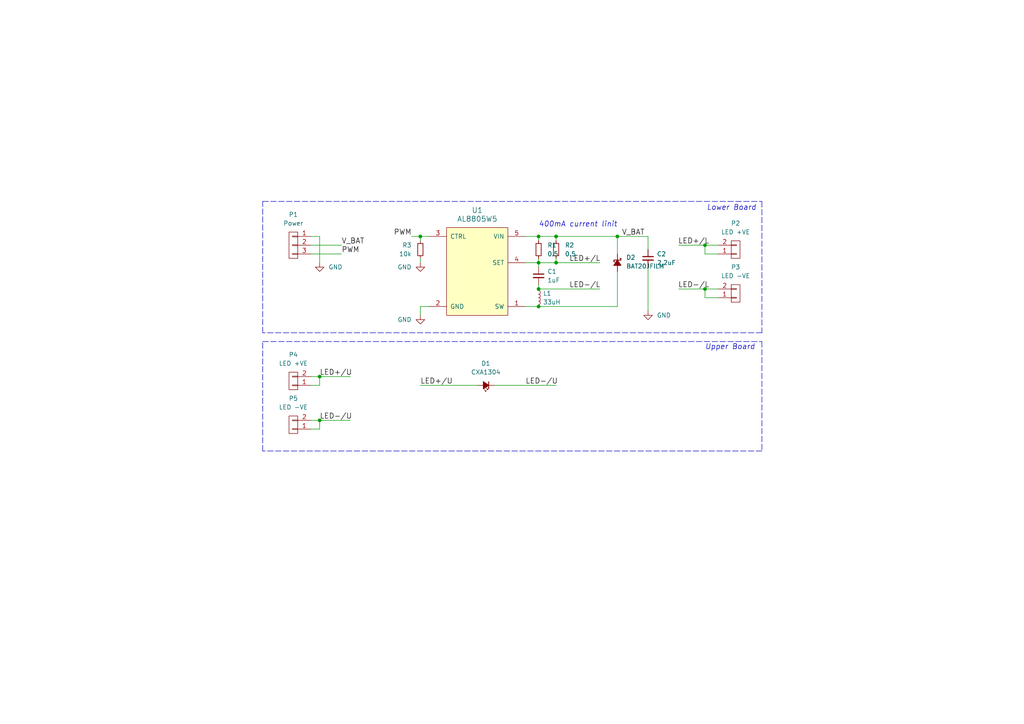
<source format=kicad_sch>
(kicad_sch (version 20250114) (generator "eeschema") (generator_version "9.0")
  (paper "A4")
  (lib_symbols
    (symbol "CONN_01X02_1" (pin_names (offset 1.016) (hide yes))
      (property "Reference" "P" (at 0 3.81 0))
      (property "Value" "CONN_01X02" (at 2.54 0 90))
      (symbol "CONN_01X02_1_0_1"
        (rectangle (start -1.27 2.54) (end 1.27 -2.54))
        (rectangle (start -1.27 1.397) (end 0.254 1.143))
        (rectangle (start -1.27 -1.143) (end 0.254 -1.397))
      )
      (symbol "CONN_01X02_1_1_1"
        (pin passive line (at -5.08 1.27 0) (length 3.81) (name "P1") (number "1"))
        (pin passive line (at -5.08 -1.27 0) (length 3.81) (name "P2") (number "2"))
      )
    )
    (symbol "CONN_01X02_2" (pin_names (offset 1.016) (hide yes))
      (property "Reference" "P" (at 0 3.81 0))
      (property "Value" "CONN_01X02" (at 2.54 0 90))
      (symbol "CONN_01X02_2_0_1"
        (rectangle (start -1.27 2.54) (end 1.27 -2.54))
        (rectangle (start -1.27 1.397) (end 0.254 1.143))
        (rectangle (start -1.27 -1.143) (end 0.254 -1.397))
      )
      (symbol "CONN_01X02_2_1_1"
        (pin passive line (at -5.08 1.27 0) (length 3.81) (name "P1") (number "1"))
        (pin passive line (at -5.08 -1.27 0) (length 3.81) (name "P2") (number "2"))
      )
    )
    (symbol "CONN_01X02_3" (pin_names (offset 1.016) (hide yes))
      (property "Reference" "P" (at 0 3.81 0))
      (property "Value" "CONN_01X02" (at 2.54 0 90))
      (symbol "CONN_01X02_3_0_1"
        (rectangle (start -1.27 2.54) (end 1.27 -2.54))
        (rectangle (start -1.27 1.397) (end 0.254 1.143))
        (rectangle (start -1.27 -1.143) (end 0.254 -1.397))
      )
      (symbol "CONN_01X02_3_1_1"
        (pin passive line (at -5.08 1.27 0) (length 3.81) (name "P1") (number "1"))
        (pin passive line (at -5.08 -1.27 0) (length 3.81) (name "P2") (number "2"))
      )
    )
    (symbol "CONN_01X02_4" (pin_names (offset 1.016) (hide yes))
      (property "Reference" "P" (at 0 3.81 0))
      (property "Value" "CONN_01X02" (at 2.54 0 90))
      (symbol "CONN_01X02_4_0_1"
        (rectangle (start -1.27 2.54) (end 1.27 -2.54))
        (rectangle (start -1.27 1.397) (end 0.254 1.143))
        (rectangle (start -1.27 -1.143) (end 0.254 -1.397))
      )
      (symbol "CONN_01X02_4_1_1"
        (pin passive line (at -5.08 1.27 0) (length 3.81) (name "P1") (number "1"))
        (pin passive line (at -5.08 -1.27 0) (length 3.81) (name "P2") (number "2"))
      )
    )
    (symbol "CONN_01X02_5" (pin_names (offset 1.016) (hide yes))
      (property "Reference" "P" (at 0 3.81 0))
      (property "Value" "CONN_01X02" (at 2.54 0 90))
      (symbol "CONN_01X02_5_0_1"
        (rectangle (start -1.27 2.54) (end 1.27 -2.54))
        (rectangle (start -1.27 1.397) (end 0.254 1.143))
        (rectangle (start -1.27 -1.143) (end 0.254 -1.397))
      )
      (symbol "CONN_01X02_5_1_1"
        (pin passive line (at -5.08 1.27 0) (length 3.81) (name "P1") (number "1"))
        (pin passive line (at -5.08 -1.27 0) (length 3.81) (name "P2") (number "2"))
      )
    )
    (symbol "CONN_01X02_6" (pin_names (offset 1.016) (hide yes))
      (property "Reference" "P" (at 0 3.81 0))
      (property "Value" "CONN_01X02" (at 2.54 0 90))
      (symbol "CONN_01X02_6_0_1"
        (rectangle (start -1.27 2.54) (end 1.27 -2.54))
        (rectangle (start -1.27 1.397) (end 0.254 1.143))
        (rectangle (start -1.27 -1.143) (end 0.254 -1.397))
      )
      (symbol "CONN_01X02_6_1_1"
        (pin passive line (at -5.08 1.27 0) (length 3.81) (name "P1") (number "1"))
        (pin passive line (at -5.08 -1.27 0) (length 3.81) (name "P2") (number "2"))
      )
    )
    (symbol "CONN_01X02_7" (pin_names (offset 1.016) (hide yes))
      (property "Reference" "P" (at 0 3.81 0))
      (property "Value" "CONN_01X02" (at 2.54 0 90))
      (symbol "CONN_01X02_7_0_1"
        (rectangle (start -1.27 2.54) (end 1.27 -2.54))
        (rectangle (start -1.27 1.397) (end 0.254 1.143))
        (rectangle (start -1.27 -1.143) (end 0.254 -1.397))
      )
      (symbol "CONN_01X02_7_1_1"
        (pin passive line (at -5.08 1.27 0) (length 3.81) (name "P1") (number "1"))
        (pin passive line (at -5.08 -1.27 0) (length 3.81) (name "P2") (number "2"))
      )
    )
    (symbol "CONN_01X02_8" (pin_names (offset 1.016) (hide yes))
      (property "Reference" "P" (at 0 3.81 0))
      (property "Value" "CONN_01X02" (at 2.54 0 90))
      (symbol "CONN_01X02_8_0_1"
        (rectangle (start -1.27 2.54) (end 1.27 -2.54))
        (rectangle (start -1.27 1.397) (end 0.254 1.143))
        (rectangle (start -1.27 -1.143) (end 0.254 -1.397))
      )
      (symbol "CONN_01X02_8_1_1"
        (pin passive line (at -5.08 1.27 0) (length 3.81) (name "P1") (number "1"))
        (pin passive line (at -5.08 -1.27 0) (length 3.81) (name "P2") (number "2"))
      )
    )
    (symbol "CONN_01X03_1" (pin_names (offset 1.016) (hide yes))
      (property "Reference" "P" (at 0 5.08 0))
      (property "Value" "CONN_01X03" (at 2.54 0 90))
      (symbol "CONN_01X03_1_0_1"
        (rectangle (start -1.27 3.81) (end 1.27 -3.81))
        (rectangle (start -1.27 2.667) (end 0.254 2.413))
        (rectangle (start -1.27 0.127) (end 0.254 -0.127))
        (rectangle (start -1.27 -2.413) (end 0.254 -2.667))
      )
      (symbol "CONN_01X03_1_1_1"
        (pin passive line (at -5.08 2.54 0) (length 3.81) (name "P1") (number "1"))
        (pin passive line (at -5.08 0 0) (length 3.81) (name "P2") (number "2"))
        (pin passive line (at -5.08 -2.54 0) (length 3.81) (name "P3") (number "3"))
      )
    )
    (symbol "CONN_01X03_2" (pin_names (offset 1.016) (hide yes))
      (property "Reference" "P" (at 0 5.08 0))
      (property "Value" "CONN_01X03" (at 2.54 0 90))
      (symbol "CONN_01X03_2_0_1"
        (rectangle (start -1.27 3.81) (end 1.27 -3.81))
        (rectangle (start -1.27 2.667) (end 0.254 2.413))
        (rectangle (start -1.27 0.127) (end 0.254 -0.127))
        (rectangle (start -1.27 -2.413) (end 0.254 -2.667))
      )
      (symbol "CONN_01X03_2_1_1"
        (pin passive line (at -5.08 2.54 0) (length 3.81) (name "P1") (number "1"))
        (pin passive line (at -5.08 0 0) (length 3.81) (name "P2") (number "2"))
        (pin passive line (at -5.08 -2.54 0) (length 3.81) (name "P3") (number "3"))
      )
    )
    (symbol "C_1" (pin_numbers (hide yes)) (pin_names (offset 0.254))
      (property "Reference" "C" (at 0.635 2.54 0))
      (property "Value" "C" (at 0.635 -2.54 0))
      (symbol "C_1_0_1"
        (polyline (pts (xy -2.032 0.762) (xy 2.032 0.762)) (stroke (width 0.508)))
        (polyline (pts (xy -2.032 -0.762) (xy 2.032 -0.762)) (stroke (width 0.508)))
      )
      (symbol "C_1_1_1"
        (pin passive line (at 0 3.81 270) (length 2.794) (name "~") (number "1"))
        (pin passive line (at 0 -3.81 90) (length 2.794) (name "~") (number "2"))
      )
    )
    (symbol "C_2" (pin_numbers (hide yes)) (pin_names (offset 0.254))
      (property "Reference" "C" (at 0.635 2.54 0))
      (property "Value" "C" (at 0.635 -2.54 0))
      (symbol "C_2_0_1"
        (polyline (pts (xy -2.032 0.762) (xy 2.032 0.762)) (stroke (width 0.508)))
        (polyline (pts (xy -2.032 -0.762) (xy 2.032 -0.762)) (stroke (width 0.508)))
      )
      (symbol "C_2_1_1"
        (pin passive line (at 0 3.81 270) (length 2.794) (name "~") (number "1"))
        (pin passive line (at 0 -3.81 90) (length 2.794) (name "~") (number "2"))
      )
    )
    (symbol "D_Schottky_1" (pin_numbers (hide yes)) (pin_names (offset 1.016) (hide yes))
      (property "Reference" "D" (at 0 2.54 0))
      (property "Value" "D_Schottky" (at 0 -2.54 0))
      (symbol "D_Schottky_1_0_1"
        (polyline (pts (xy -1.905 0.635) (xy -1.905 1.27) (xy -1.27 1.27) (xy -1.27 -1.27) (xy -0.635 -1.27) (xy -0.635 -0.635)) (stroke (width 0.2032)))
        (polyline (pts (xy 1.27 1.27) (xy 1.27 -1.27) (xy -1.27 0) (xy 1.27 1.27)) (stroke (width 0.2032)))
        (polyline (pts (xy 1.27 0) (xy -1.27 0)))
      )
      (symbol "D_Schottky_1_1_1"
        (pin passive line (at -3.81 0 0) (length 2.54) (name "K") (number "1"))
        (pin passive line (at 3.81 0 180) (length 2.54) (name "A") (number "2"))
      )
    )
    (symbol "Device:C_Small" (pin_numbers (hide yes)) (pin_names (offset 0.254) (hide yes))
      (property "Reference" "C" (at 0.254 1.778 0))
      (property "Value" "C_Small" (at 0.254 -2.032 0))
      (symbol "C_Small_0_1"
        (polyline (pts (xy -1.524 0.508) (xy 1.524 0.508)) (stroke (width 0.3048)))
        (polyline (pts (xy -1.524 -0.508) (xy 1.524 -0.508)) (stroke (width 0.3302)))
      )
      (symbol "C_Small_1_1"
        (pin passive line (at 0 2.54 270) (length 2.032) (name "~") (number "1"))
        (pin passive line (at 0 -2.54 90) (length 2.032) (name "~") (number "2"))
      )
    )
    (symbol "Device:D_Schottky_Small_Filled" (pin_numbers (hide yes)) (pin_names (offset 0.254) (hide yes))
      (property "Reference" "D" (at -1.27 2.032 0))
      (property "Value" "D_Schottky_Small_Filled" (at -7.112 -2.032 0))
      (symbol "D_Schottky_Small_Filled_0_1"
        (polyline (pts (xy -1.27 0.762) (xy -1.27 1.016) (xy -0.762 1.016) (xy -0.762 -1.016) (xy -0.254 -1.016) (xy -0.254 -0.762)) (stroke (width 0.254)))
        (polyline (pts (xy -0.762 0) (xy 0.762 0)))
        (polyline (pts (xy 0.762 -1.016) (xy -0.762 0) (xy 0.762 1.016) (xy 0.762 -1.016)) (stroke (width 0.254)) (fill (type outline)))
      )
      (symbol "D_Schottky_Small_Filled_1_1"
        (pin passive line (at -2.54 0 0) (length 1.778) (name "K") (number "1"))
        (pin passive line (at 2.54 0 180) (length 1.778) (name "A") (number "2"))
      )
    )
    (symbol "Device:LED_Small_Filled" (pin_numbers (hide yes)) (pin_names (offset 0.254) (hide yes))
      (property "Reference" "D" (at -1.27 3.175 0))
      (property "Value" "LED_Small_Filled" (at -4.445 -2.54 0))
      (symbol "LED_Small_Filled_0_1"
        (polyline (pts (xy -0.762 -1.016) (xy -0.762 1.016)) (stroke (width 0.254)))
        (polyline (pts (xy 0 0.762) (xy -0.508 1.27) (xy -0.254 1.27) (xy -0.508 1.27) (xy -0.508 1.016)))
        (polyline (pts (xy 0.508 1.27) (xy 0 1.778) (xy 0.254 1.778) (xy 0 1.778) (xy 0 1.524)))
        (polyline (pts (xy 0.762 -1.016) (xy -0.762 0) (xy 0.762 1.016) (xy 0.762 -1.016)) (stroke (width 0.254)) (fill (type outline)))
        (polyline (pts (xy 1.016 0) (xy -0.762 0)))
      )
      (symbol "LED_Small_Filled_1_1"
        (pin passive line (at -2.54 0 0) (length 1.778) (name "K") (number "1"))
        (pin passive line (at 2.54 0 180) (length 1.778) (name "A") (number "2"))
      )
    )
    (symbol "Device:L_Small" (pin_numbers (hide yes)) (pin_names (offset 0.254) (hide yes))
      (property "Reference" "L" (at 0.762 1.016 0))
      (property "Value" "L_Small" (at 0.762 -1.016 0))
      (symbol "L_Small_0_1"
        (arc (start 0 2.032) (mid 0.5058 1.524) (end 0 1.016))
        (arc (start 0 1.016) (mid 0.5058 0.508) (end 0 0))
        (arc (start 0 0) (mid 0.5058 -0.508) (end 0 -1.016))
        (arc (start 0 -1.016) (mid 0.5058 -1.524) (end 0 -2.032))
      )
      (symbol "L_Small_1_1"
        (pin passive line (at 0 2.54 270) (length 0.508) (name "~") (number "1"))
        (pin passive line (at 0 -2.54 90) (length 0.508) (name "~") (number "2"))
      )
    )
    (symbol "Device:R_Small" (pin_numbers (hide yes)) (pin_names (offset 0.254) (hide yes))
      (property "Reference" "R" (at 0 0 90))
      (property "Value" "R_Small" (at 1.778 0 90))
      (symbol "R_Small_0_1"
        (rectangle (start -0.762 1.778) (end 0.762 -1.778) (stroke (width 0.2032)))
      )
      (symbol "R_Small_1_1"
        (pin passive line (at 0 2.54 270) (length 0.762) (name "~") (number "1"))
        (pin passive line (at 0 -2.54 90) (length 0.762) (name "~") (number "2"))
      )
    )
    (symbol "GND_1" (power) (pin_names (offset 0))
      (property "Value" "GND" (at 0 -3.81 0))
      (symbol "GND_1_0_1"
        (polyline (pts (xy 0 0) (xy 0 -1.27) (xy 1.27 -1.27) (xy 0 -2.54) (xy -1.27 -1.27) (xy 0 -1.27)))
      )
      (symbol "GND_1_1_1"
        (pin power_in line (at 0 0 270) (length 0) (hide yes) (name "GND") (number "1"))
      )
    )
    (symbol "GND_2" (power) (pin_names (offset 0))
      (property "Value" "GND" (at 0 -3.81 0))
      (symbol "GND_2_0_1"
        (polyline (pts (xy 0 0) (xy 0 -1.27) (xy 1.27 -1.27) (xy 0 -2.54) (xy -1.27 -1.27) (xy 0 -1.27)))
      )
      (symbol "GND_2_1_1"
        (pin power_in line (at 0 0 270) (length 0) (hide yes) (name "GND") (number "1"))
      )
    )
    (symbol "GND_3" (power) (pin_names (offset 0))
      (property "Value" "GND" (at 0 -3.81 0))
      (symbol "GND_3_0_1"
        (polyline (pts (xy 0 0) (xy 0 -1.27) (xy 1.27 -1.27) (xy 0 -2.54) (xy -1.27 -1.27) (xy 0 -1.27)))
      )
      (symbol "GND_3_1_1"
        (pin power_in line (at 0 0 270) (length 0) (hide yes) (name "GND") (number "1"))
      )
    )
    (symbol "GND_4" (power) (pin_names (offset 0))
      (property "Value" "GND" (at 0 -3.81 0))
      (symbol "GND_4_0_1"
        (polyline (pts (xy 0 0) (xy 0 -1.27) (xy 1.27 -1.27) (xy 0 -2.54) (xy -1.27 -1.27) (xy 0 -1.27)))
      )
      (symbol "GND_4_1_1"
        (pin power_in line (at 0 0 270) (length 0) (hide yes) (name "GND") (number "1"))
      )
    )
    (symbol "GND_5" (power) (pin_names (offset 0))
      (property "Value" "GND" (at 0 -3.81 0))
      (symbol "GND_5_0_1"
        (polyline (pts (xy 0 0) (xy 0 -1.27) (xy 1.27 -1.27) (xy 0 -2.54) (xy -1.27 -1.27) (xy 0 -1.27)))
      )
      (symbol "GND_5_1_1"
        (pin power_in line (at 0 0 270) (length 0) (hide yes) (name "GND") (number "1"))
      )
    )
    (symbol "GND_6" (power) (pin_names (offset 0))
      (property "Value" "GND" (at 0 -3.81 0))
      (symbol "GND_6_0_1"
        (polyline (pts (xy 0 0) (xy 0 -1.27) (xy 1.27 -1.27) (xy 0 -2.54) (xy -1.27 -1.27) (xy 0 -1.27)))
      )
      (symbol "GND_6_1_1"
        (pin power_in line (at 0 0 270) (length 0) (hide yes) (name "GND") (number "1"))
      )
    )
    (symbol "GND_7" (power) (pin_names (offset 0))
      (property "Value" "GND" (at 0 -3.81 0))
      (symbol "GND_7_0_1"
        (polyline (pts (xy 0 0) (xy 0 -1.27) (xy 1.27 -1.27) (xy 0 -2.54) (xy -1.27 -1.27) (xy 0 -1.27)))
      )
      (symbol "GND_7_1_1"
        (pin power_in line (at 0 0 270) (length 0) (hide yes) (name "GND") (number "1"))
      )
    )
    (symbol "GND_8" (power) (pin_names (offset 0))
      (property "Value" "GND" (at 0 -3.81 0))
      (symbol "GND_8_0_1"
        (polyline (pts (xy 0 0) (xy 0 -1.27) (xy 1.27 -1.27) (xy 0 -2.54) (xy -1.27 -1.27) (xy 0 -1.27)))
      )
      (symbol "GND_8_1_1"
        (pin power_in line (at 0 0 270) (length 0) (hide yes) (name "GND") (number "1"))
      )
    )
    (symbol "LED_1" (pin_names (offset 1.016) (hide yes))
      (property "Reference" "D" (at 0 2.54 0))
      (property "Value" "LED" (at 0 -2.54 0))
      (symbol "LED_1_0_1"
        (polyline (pts (xy -3.048 -0.762) (xy -4.572 -2.286) (xy -3.81 -2.286) (xy -4.572 -2.286) (xy -4.572 -1.524)))
        (polyline (pts (xy -1.778 -0.762) (xy -3.302 -2.286) (xy -2.54 -2.286) (xy -3.302 -2.286) (xy -3.302 -1.524)))
        (polyline (pts (xy -1.27 0) (xy 1.27 0)))
        (polyline (pts (xy -1.27 -1.27) (xy -1.27 1.27)) (stroke (width 0.2032)))
        (polyline (pts (xy 1.27 -1.27) (xy 1.27 1.27) (xy -1.27 0) (xy 1.27 -1.27)) (stroke (width 0.2032)))
      )
      (symbol "LED_1_1_1"
        (pin passive line (at -3.81 0 0) (length 2.54) (name "K") (number "1"))
        (pin passive line (at 3.81 0 180) (length 2.54) (name "A") (number "2"))
      )
    )
    (symbol "L_Small_1" (pin_numbers (hide yes)) (pin_names (offset 0.254) (hide yes))
      (property "Reference" "L" (at 0.762 1.016 0))
      (property "Value" "L_Small" (at 0.762 -1.016 0))
      (symbol "L_Small_1_0_1"
        (arc (start 0 2.032) (mid 0.508 1.524) (end 0 1.016))
        (arc (start 0 1.016) (mid 0.508 0.508) (end 0 0))
        (arc (start 0 0) (mid 0.508 -0.508) (end 0 -1.016))
        (arc (start 0 -1.016) (mid 0.508 -1.524) (end 0 -2.032))
      )
      (symbol "L_Small_1_1_1"
        (pin passive line (at 0 2.54 270) (length 0.508) (name "~") (number "1"))
        (pin passive line (at 0 -2.54 90) (length 0.508) (name "~") (number "2"))
      )
    )
    (symbol "PWR_FLAG_1" (power) (pin_numbers (hide yes)) (pin_names (offset 0) (hide yes))
      (property "Value" "PWR_FLAG" (at 0 3.81 0))
      (symbol "PWR_FLAG_1_0_0"
        (pin power_out line (at 0 0 90) (length 0) (name "pwr") (number "1"))
      )
      (symbol "PWR_FLAG_1_0_1"
        (polyline (pts (xy 0 0) (xy 0 1.27) (xy -1.016 1.905) (xy 0 2.54) (xy 1.016 1.905) (xy 0 1.27)))
      )
    )
    (symbol "R_1" (pin_numbers (hide yes)) (pin_names (offset 0))
      (property "Reference" "R" (at 2.032 0 90))
      (property "Value" "R" (at 0 0 90))
      (symbol "R_1_0_1"
        (rectangle (start -1.016 -2.54) (end 1.016 2.54) (stroke (width 0.254)))
      )
      (symbol "R_1_1_1"
        (pin passive line (at 0 3.81 270) (length 1.27) (name "~") (number "1"))
        (pin passive line (at 0 -3.81 90) (length 1.27) (name "~") (number "2"))
      )
    )
    (symbol "R_2" (pin_numbers (hide yes)) (pin_names (offset 0))
      (property "Reference" "R" (at 2.032 0 90))
      (property "Value" "R" (at 0 0 90))
      (symbol "R_2_0_1"
        (rectangle (start -1.016 -2.54) (end 1.016 2.54) (stroke (width 0.254)))
      )
      (symbol "R_2_1_1"
        (pin passive line (at 0 3.81 270) (length 1.27) (name "~") (number "1"))
        (pin passive line (at 0 -3.81 90) (length 1.27) (name "~") (number "2"))
      )
    )
    (symbol "R_3" (pin_numbers (hide yes)) (pin_names (offset 0))
      (property "Reference" "R" (at 2.032 0 90))
      (property "Value" "R" (at 0 0 90))
      (symbol "R_3_0_1"
        (rectangle (start -1.016 -2.54) (end 1.016 2.54) (stroke (width 0.254)))
      )
      (symbol "R_3_1_1"
        (pin passive line (at 0 3.81 270) (length 1.27) (name "~") (number "1"))
        (pin passive line (at 0 -3.81 90) (length 1.27) (name "~") (number "2"))
      )
    )
    (symbol "custom:AL8805W5" (pin_names (offset 1.016))
      (property "Reference" "U" (at -7.62 12.7 0))
      (property "Value" "AL8805W5" (at 0 -15.24 0))
      (symbol "AL8805W5_0_1"
        (rectangle (start -8.89 11.43) (end 8.89 -13.97) (fill (type background)))
      )
      (symbol "AL8805W5_1_1"
        (pin input line (at -13.97 8.89 0) (length 5.08) (name "CTRL") (number "3"))
        (pin input line (at -13.97 -11.43 0) (length 5.08) (name "GND") (number "2"))
        (pin input line (at 13.97 8.89 180) (length 5.08) (name "VIN") (number "5"))
        (pin input line (at 13.97 1.27 180) (length 5.08) (name "SET") (number "4"))
        (pin input line (at 13.97 -11.43 180) (length 5.08) (name "SW") (number "1"))
      )
    )
  )
  (text "Upper Board" (at 204.47 101.6 0) (effects (font (size 1.524 1.524) (italic yes)) (justify left bottom)))
  (text "Lower Board" (at 204.978 61.214 0) (effects (font (size 1.524 1.524) (italic yes)) (justify left bottom)))
  (text "400mA current linit" (at 156.21 66.04 0) (effects (font (size 1.524 1.524) (italic yes)) (justify left bottom)))
  (junction (at 156.21 76.2))
  (junction (at 156.21 88.9))
  (junction (at 161.29 76.2))
  (junction (at 156.21 68.58))
  (junction (at 92.71 121.92))
  (junction (at 161.29 68.58))
  (junction (at 121.92 68.58))
  (junction (at 204.47 83.82))
  (junction (at 92.71 109.22))
  (junction (at 179.07 68.58))
  (junction (at 156.21 83.82))
  (junction (at 204.47 71.12))
  (wire (pts (xy 208.28 83.82) (xy 204.47 83.82)))
  (wire (pts (xy 156.21 68.58) (xy 161.29 68.58)))
  (wire (pts (xy 156.21 88.9) (xy 179.07 88.9)))
  (polyline (pts (xy 76.2 58.42) (xy 220.98 58.42)) (stroke (width 0) (type dash)))
  (wire (pts (xy 156.21 82.55) (xy 156.21 83.82)))
  (wire (pts (xy 204.47 73.66) (xy 204.47 71.12)))
  (polyline (pts (xy 76.2 130.81) (xy 76.2 99.06)) (stroke (width 0) (type dash)))
  (wire (pts (xy 92.71 68.58) (xy 92.71 76.2)))
  (polyline (pts (xy 76.2 96.52) (xy 76.2 58.42)) (stroke (width 0) (type dash)))
  (wire (pts (xy 208.28 86.36) (xy 204.47 86.36)))
  (wire (pts (xy 121.92 111.76) (xy 138.43 111.76)))
  (wire (pts (xy 152.4 68.58) (xy 156.21 68.58)))
  (wire (pts (xy 121.92 88.9) (xy 121.92 91.44)))
  (polyline (pts (xy 220.98 99.06) (xy 220.98 130.81)) (stroke (width 0) (type dash)))
  (wire (pts (xy 161.29 68.58) (xy 161.29 69.85)))
  (wire (pts (xy 121.92 88.9) (xy 124.46 88.9)))
  (wire (pts (xy 156.21 68.58) (xy 156.21 69.85)))
  (wire (pts (xy 156.21 83.82) (xy 173.99 83.82)))
  (wire (pts (xy 208.28 73.66) (xy 204.47 73.66)))
  (wire (pts (xy 124.46 68.58) (xy 121.92 68.58)))
  (wire (pts (xy 90.17 68.58) (xy 92.71 68.58)))
  (wire (pts (xy 204.47 71.12) (xy 196.85 71.12)))
  (wire (pts (xy 90.17 109.22) (xy 92.71 109.22)))
  (wire (pts (xy 179.07 78.74) (xy 179.07 88.9)))
  (wire (pts (xy 90.17 124.46) (xy 92.71 124.46)))
  (wire (pts (xy 156.21 76.2) (xy 161.29 76.2)))
  (wire (pts (xy 90.17 73.66) (xy 99.06 73.66)))
  (wire (pts (xy 152.4 76.2) (xy 156.21 76.2)))
  (polyline (pts (xy 220.98 58.42) (xy 220.98 96.52)) (stroke (width 0) (type dash)))
  (wire (pts (xy 119.38 68.58) (xy 121.92 68.58)))
  (wire (pts (xy 90.17 111.76) (xy 92.71 111.76)))
  (wire (pts (xy 92.71 124.46) (xy 92.71 121.92)))
  (polyline (pts (xy 76.2 99.06) (xy 220.98 99.06)) (stroke (width 0) (type dash)))
  (wire (pts (xy 156.21 74.93) (xy 156.21 76.2)))
  (wire (pts (xy 204.47 83.82) (xy 196.85 83.82)))
  (wire (pts (xy 187.96 68.58) (xy 187.96 72.39)))
  (wire (pts (xy 121.92 68.58) (xy 121.92 69.85)))
  (wire (pts (xy 179.07 68.58) (xy 187.96 68.58)))
  (wire (pts (xy 187.96 77.47) (xy 187.96 90.17)))
  (polyline (pts (xy 220.98 96.52) (xy 76.2 96.52)) (stroke (width 0) (type dash)))
  (wire (pts (xy 92.71 121.92) (xy 101.6 121.92)))
  (wire (pts (xy 92.71 109.22) (xy 101.6 109.22)))
  (wire (pts (xy 92.71 111.76) (xy 92.71 109.22)))
  (wire (pts (xy 152.4 88.9) (xy 156.21 88.9)))
  (wire (pts (xy 161.29 74.93) (xy 161.29 76.2)))
  (wire (pts (xy 90.17 121.92) (xy 92.71 121.92)))
  (wire (pts (xy 204.47 86.36) (xy 204.47 83.82)))
  (wire (pts (xy 179.07 68.58) (xy 179.07 73.66)))
  (wire (pts (xy 156.21 76.2) (xy 156.21 77.47)))
  (wire (pts (xy 208.28 71.12) (xy 204.47 71.12)))
  (wire (pts (xy 161.29 76.2) (xy 173.99 76.2)))
  (wire (pts (xy 121.92 74.93) (xy 121.92 76.2)))
  (wire (pts (xy 90.17 71.12) (xy 99.06 71.12)))
  (polyline (pts (xy 220.98 130.81) (xy 76.2 130.81)) (stroke (width 0) (type dash)))
  (wire (pts (xy 143.51 111.76) (xy 161.29 111.76)))
  (wire (pts (xy 161.29 68.58) (xy 179.07 68.58)))
  (label "PWM" (at 99.06 73.66 0) (effects (font (size 1.524 1.524))))
  (label "LED-/L" (at 205.74 83.82 180) (effects (font (size 1.524 1.524))))
  (label "PWM" (at 119.38 68.58 180) (effects (font (size 1.524 1.524))))
  (label "V_BAT" (at 180.34 68.58 0) (effects (font (size 1.524 1.524))))
  (label "LED-/L" (at 165.1 83.82 0) (effects (font (size 1.524 1.524))))
  (label "LED+/L" (at 205.74 71.12 180) (effects (font (size 1.524 1.524))))
  (label "LED-/U" (at 92.71 121.92 0) (effects (font (size 1.524 1.524))))
  (label "V_BAT" (at 99.06 71.12 0) (effects (font (size 1.524 1.524))))
  (label "LED+/L" (at 165.1 76.2 0) (effects (font (size 1.524 1.524))))
  (label "LED-/U" (at 152.4 111.76 0) (effects (font (size 1.524 1.524))))
  (label "LED+/U" (at 121.92 111.76 0) (effects (font (size 1.524 1.524))))
  (label "LED+/U" (at 92.71 109.22 0) (effects (font (size 1.524 1.524))))
  (symbol (lib_id "custom:AL8805W5") (at 138.43 77.47 0) (unit 1)
    (property "Reference" "U1" (at 138.43 60.96 0) (effects (font (size 1.524 1.524))))
    (property "Value" "AL8805W5" (at 138.43 63.5 0) (effects (font (size 1.524 1.524))))
    (property "Footprint" "TO_SOT_Packages_SMD:SOT-23-5" (effects (hide yes)))
    (property "Datasheet" "https://cdn.sparkfun.com/datasheets/Components/LED/AL8805.pdf" (effects (hide yes)))
    (property "Vender" "DigiKey" (effects (hide yes)))
    (property "Part #" "AL8805W5-7DICT-ND" (effects (hide yes)))
  )
  (symbol (lib_id "Device:R_Small") (at 156.21 72.39 0) (unit 1)
    (property "Reference" "R1" (at 158.75 71.1199 0) (effects (justify left)))
    (property "Value" "0.5" (at 158.75 73.6599 0) (effects (justify left)))
    (property "Footprint" "Resistor_SMD:R_1206_3216Metric_Pad1.30x1.75mm_HandSolder" (effects (hide yes)))
    (property "Description" "Resistor, small symbol" (effects (hide yes)))
    (property "Vender" "DigiKey" (effects (hide yes)))
    (property "Part #" "311-0.5LWCT-ND" (effects (hide yes)))
  )
  (symbol (lib_id "Device:C_Small") (at 156.21 80.01 0) (unit 1)
    (property "Reference" "C1" (at 158.75 78.7462 0) (effects (justify left)))
    (property "Value" "1uF" (at 158.75 81.2862 0) (effects (justify left)))
    (property "Footprint" "Capacitor_SMD:C_0805_2012Metric_Pad1.18x1.45mm_HandSolder" (effects (hide yes)))
    (property "Description" "Unpolarized capacitor, small symbol" (effects (hide yes)))
  )
  (symbol (lib_id "Device:L_Small") (at 156.21 86.36 0) (unit 1)
    (property "Reference" "L1" (at 157.48 85.0899 0) (effects (justify left)))
    (property "Value" "33uH" (at 157.48 87.6299 0) (effects (justify left)))
    (property "Footprint" "footprint:inductor_33uH" (effects (hide yes)))
    (property "Description" "Inductor, small symbol" (effects (hide yes)))
    (property "Vedner" "DigiKey" (effects (hide yes)))
    (property "Part #" "SRN6045-330MCT-ND" (effects (hide yes)))
  )
  (symbol (lib_name "GND_6") (lib_id "ledCube-rescue:GND") (at 121.92 91.44 0) (unit 1)
    (property "Reference" "#PWR01" (effects (hide yes)))
    (property "Value" "GND" (at 119.38 92.7099 0) (effects (justify right)))
  )
  (symbol (lib_id "Device:R_Small") (at 161.29 72.39 0) (unit 1)
    (property "Reference" "R2" (at 163.83 71.1199 0) (effects (justify left)))
    (property "Value" "0.5" (at 163.83 73.6599 0) (effects (justify left)))
    (property "Footprint" "Resistor_SMD:R_1206_3216Metric_Pad1.30x1.75mm_HandSolder" (effects (hide yes)))
    (property "Description" "Resistor, small symbol" (effects (hide yes)))
    (property "Vender" "DigiKey" (effects (hide yes)))
    (property "Part #" "311-0.5LWCT-ND" (effects (hide yes)))
  )
  (symbol (lib_id "Device:D_Schottky_Small_Filled") (at 179.07 76.2 270) (unit 1)
    (property "Reference" "D2" (at 181.61 74.6759 90) (effects (justify left)))
    (property "Value" "BAT20JFILM" (at 181.61 77.2159 90) (effects (justify left)))
    (property "Footprint" "Diodes_SMD:SOD-323_HandSoldering" (effects (hide yes)))
    (property "Description" "Schottky diode, small symbol, filled shape" (effects (hide yes)))
    (property "Vender" "DigiKey" (effects (hide yes)))
    (property "Part #" "497-3381-1-ND" (effects (hide yes)))
  )
  (symbol (lib_id "Device:C_Small") (at 187.96 74.93 0) (unit 1)
    (property "Reference" "C2" (at 190.5 73.6662 0) (effects (justify left)))
    (property "Value" "2.2uF" (at 190.5 76.2062 0) (effects (justify left)))
    (property "Footprint" "Capacitor_SMD:C_0805_2012Metric_Pad1.18x1.45mm_HandSolder" (effects (hide yes)))
    (property "Description" "Unpolarized capacitor, small symbol" (effects (hide yes)))
  )
  (symbol (lib_name "GND_8") (lib_id "ledCube-rescue:GND") (at 187.96 90.17 0) (unit 1)
    (property "Reference" "#PWR02" (effects (hide yes)))
    (property "Value" "GND" (at 190.5 91.4399 0) (effects (justify left)))
  )
  (symbol (lib_id "Device:LED_Small_Filled") (at 140.97 111.76 180) (unit 1)
    (property "Reference" "D1" (at 140.9065 105.41 0))
    (property "Value" "CXA1304" (at 140.9065 107.95 0))
    (property "Footprint" "footprint:CXA1304" (effects (hide yes)))
    (property "Description" "Light emitting diode, small symbol, filled shape" (effects (hide yes)))
    (property "Vender" "DigiKey" (effects (hide yes)))
    (property "Part #" "CXA1304-0000-000N00B440F-ND" (effects (hide yes)))
    (property "Sim.Pins" "1=K 2=A" (effects (hide yes)))
  )
  (symbol (lib_name "CONN_01X03_2") (lib_id "ledCube-rescue:CONN_01X03") (at 85.09 71.12 0) (mirror y) (unit 1)
    (property "Reference" "P1" (at 85.09 62.23 0))
    (property "Value" "Power" (at 85.09 64.77 0))
    (property "Footprint" "Socket_Strips:Socket_Strip_Straight_1x03" (effects (hide yes)))
  )
  (symbol (lib_name "GND_5") (lib_id "ledCube-rescue:GND") (at 92.71 76.2 0) (mirror y) (unit 1)
    (property "Reference" "#PWR03" (effects (hide yes)))
    (property "Value" "GND" (at 95.25 77.4699 0) (effects (justify right)))
  )
  (symbol (lib_name "CONN_01X02_5") (lib_id "ledCube-rescue:CONN_01X02") (at 213.36 72.39 0) (mirror x) (unit 1)
    (property "Reference" "P2" (at 213.36 64.77 0))
    (property "Value" "LED +VE" (at 213.36 67.31 0))
    (property "Footprint" "Socket_Strips:Socket_Strip_Straight_1x02" (effects (hide yes)))
  )
  (symbol (lib_name "CONN_01X02_6") (lib_id "ledCube-rescue:CONN_01X02") (at 213.36 85.09 0) (mirror x) (unit 1)
    (property "Reference" "P3" (at 213.36 77.47 0))
    (property "Value" "LED -VE" (at 213.36 80.01 0))
    (property "Footprint" "Socket_Strips:Socket_Strip_Straight_1x02" (effects (hide yes)))
  )
  (symbol (lib_name "CONN_01X02_7") (lib_id "ledCube-rescue:CONN_01X02") (at 85.09 110.49 180) (unit 1)
    (property "Reference" "P4" (at 85.09 102.87 0))
    (property "Value" "LED +VE" (at 85.09 105.41 0))
    (property "Footprint" "Socket_Strips:Socket_Strip_Straight_1x02" (effects (hide yes)))
  )
  (symbol (lib_name "CONN_01X02_8") (lib_id "ledCube-rescue:CONN_01X02") (at 85.09 123.19 180) (unit 1)
    (property "Reference" "P5" (at 85.09 115.57 0))
    (property "Value" "LED -VE" (at 85.09 118.11 0))
    (property "Footprint" "Socket_Strips:Socket_Strip_Straight_1x02" (effects (hide yes)))
  )
  (symbol (lib_id "Device:R_Small") (at 121.92 72.39 0) (unit 1)
    (property "Reference" "R3" (at 119.38 71.1199 0) (effects (justify right)))
    (property "Value" "10k" (at 119.38 73.6599 0) (effects (justify right)))
    (property "Footprint" "Resistor_SMD:R_0805_2012Metric_Pad1.20x1.40mm_HandSolder" (effects (hide yes)))
    (property "Description" "Resistor, small symbol" (effects (hide yes)))
  )
  (symbol (lib_name "GND_7") (lib_id "ledCube-rescue:GND") (at 121.92 76.2 0) (unit 1)
    (property "Reference" "#PWR04" (effects (hide yes)))
    (property "Value" "GND" (at 119.38 77.4699 0) (effects (justify right)))
  )
)
</source>
